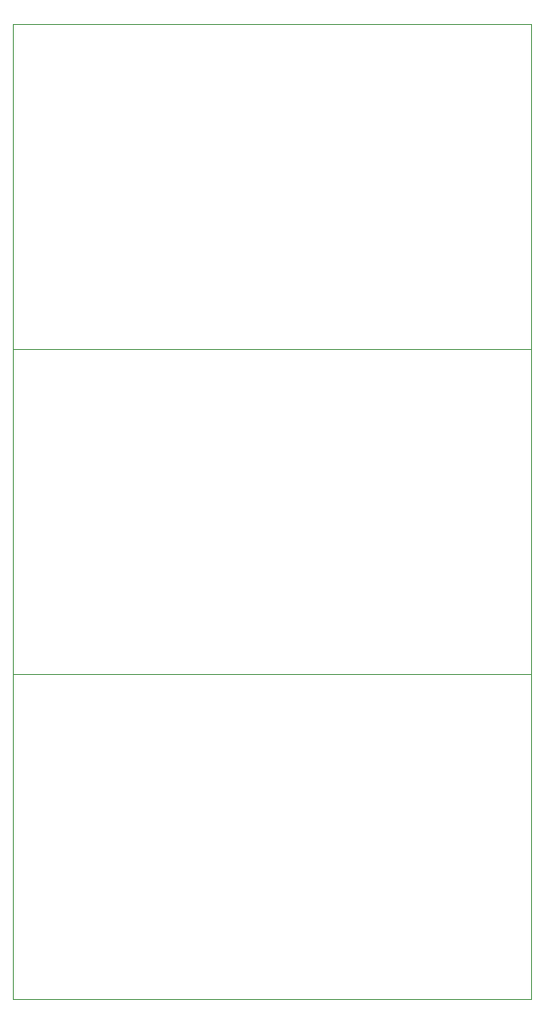
<source format=gbr>
G04 #@! TF.GenerationSoftware,KiCad,Pcbnew,5.1.5+dfsg1-2build2*
G04 #@! TF.CreationDate,2022-03-04T19:21:09-05:00*
G04 #@! TF.ProjectId,,58585858-5858-4585-9858-585858585858,rev?*
G04 #@! TF.SameCoordinates,Original*
G04 #@! TF.FileFunction,Profile,NP*
%FSLAX46Y46*%
G04 Gerber Fmt 4.6, Leading zero omitted, Abs format (unit mm)*
G04 Created by KiCad (PCBNEW 5.1.5+dfsg1-2build2) date 2022-03-04 19:21:09*
%MOMM*%
%LPD*%
G04 APERTURE LIST*
%ADD10C,0.050000*%
G04 APERTURE END LIST*
D10*
X86957000Y-111719080D02*
X137957000Y-111719080D01*
X86957000Y-79719080D02*
X137957000Y-79719080D01*
X86957000Y-143719080D02*
X137957000Y-143719080D01*
X86957000Y-111719080D02*
X137957000Y-111719080D01*
X86957000Y-111719080D02*
X86957000Y-143719080D01*
X86957000Y-79719080D02*
X86957000Y-111719080D01*
X137957000Y-111719080D02*
X137957000Y-143719080D01*
X137957000Y-79719080D02*
X137957000Y-111719080D01*
X86957000Y-79719080D02*
X137957000Y-79719080D01*
X86957000Y-47719080D02*
X137957000Y-47719080D01*
X137957000Y-47719080D02*
X137957000Y-79719080D01*
X86957000Y-47719080D02*
X86957000Y-79719080D01*
M02*

</source>
